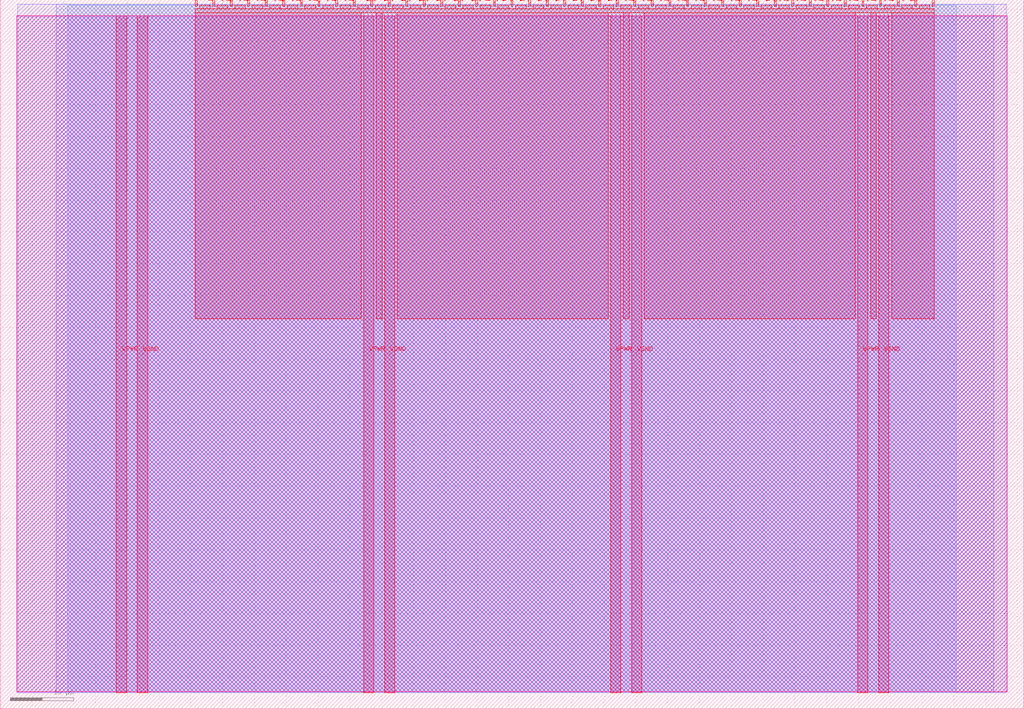
<source format=lef>
VERSION 5.7 ;
  NOWIREEXTENSIONATPIN ON ;
  DIVIDERCHAR "/" ;
  BUSBITCHARS "[]" ;
MACRO tt_um_mac_spst_tiny
  CLASS BLOCK ;
  FOREIGN tt_um_mac_spst_tiny ;
  ORIGIN 0.000 0.000 ;
  SIZE 161.000 BY 111.520 ;
  PIN VGND
    DIRECTION INOUT ;
    USE GROUND ;
    PORT
      LAYER met4 ;
        RECT 21.580 2.480 23.180 109.040 ;
    END
    PORT
      LAYER met4 ;
        RECT 60.450 2.480 62.050 109.040 ;
    END
    PORT
      LAYER met4 ;
        RECT 99.320 2.480 100.920 109.040 ;
    END
    PORT
      LAYER met4 ;
        RECT 138.190 2.480 139.790 109.040 ;
    END
  END VGND
  PIN VPWR
    DIRECTION INOUT ;
    USE POWER ;
    PORT
      LAYER met4 ;
        RECT 18.280 2.480 19.880 109.040 ;
    END
    PORT
      LAYER met4 ;
        RECT 57.150 2.480 58.750 109.040 ;
    END
    PORT
      LAYER met4 ;
        RECT 96.020 2.480 97.620 109.040 ;
    END
    PORT
      LAYER met4 ;
        RECT 134.890 2.480 136.490 109.040 ;
    END
  END VPWR
  PIN clk
    DIRECTION INPUT ;
    USE SIGNAL ;
    ANTENNAGATEAREA 0.852000 ;
    PORT
      LAYER met4 ;
        RECT 143.830 110.520 144.130 111.520 ;
    END
  END clk
  PIN ena
    DIRECTION INPUT ;
    USE SIGNAL ;
    ANTENNAGATEAREA 0.196500 ;
    PORT
      LAYER met4 ;
        RECT 146.590 110.520 146.890 111.520 ;
    END
  END ena
  PIN rst_n
    DIRECTION INPUT ;
    USE SIGNAL ;
    ANTENNAGATEAREA 0.196500 ;
    PORT
      LAYER met4 ;
        RECT 141.070 110.520 141.370 111.520 ;
    END
  END rst_n
  PIN ui_in[0]
    DIRECTION INPUT ;
    USE SIGNAL ;
    ANTENNAGATEAREA 0.196500 ;
    PORT
      LAYER met4 ;
        RECT 138.310 110.520 138.610 111.520 ;
    END
  END ui_in[0]
  PIN ui_in[1]
    DIRECTION INPUT ;
    USE SIGNAL ;
    ANTENNAGATEAREA 0.196500 ;
    PORT
      LAYER met4 ;
        RECT 135.550 110.520 135.850 111.520 ;
    END
  END ui_in[1]
  PIN ui_in[2]
    DIRECTION INPUT ;
    USE SIGNAL ;
    ANTENNAGATEAREA 0.196500 ;
    PORT
      LAYER met4 ;
        RECT 132.790 110.520 133.090 111.520 ;
    END
  END ui_in[2]
  PIN ui_in[3]
    DIRECTION INPUT ;
    USE SIGNAL ;
    ANTENNAGATEAREA 0.196500 ;
    PORT
      LAYER met4 ;
        RECT 130.030 110.520 130.330 111.520 ;
    END
  END ui_in[3]
  PIN ui_in[4]
    DIRECTION INPUT ;
    USE SIGNAL ;
    ANTENNAGATEAREA 0.196500 ;
    PORT
      LAYER met4 ;
        RECT 127.270 110.520 127.570 111.520 ;
    END
  END ui_in[4]
  PIN ui_in[5]
    DIRECTION INPUT ;
    USE SIGNAL ;
    ANTENNAGATEAREA 0.196500 ;
    PORT
      LAYER met4 ;
        RECT 124.510 110.520 124.810 111.520 ;
    END
  END ui_in[5]
  PIN ui_in[6]
    DIRECTION INPUT ;
    USE SIGNAL ;
    ANTENNAGATEAREA 0.196500 ;
    PORT
      LAYER met4 ;
        RECT 121.750 110.520 122.050 111.520 ;
    END
  END ui_in[6]
  PIN ui_in[7]
    DIRECTION INPUT ;
    USE SIGNAL ;
    ANTENNAGATEAREA 0.196500 ;
    PORT
      LAYER met4 ;
        RECT 118.990 110.520 119.290 111.520 ;
    END
  END ui_in[7]
  PIN uio_in[0]
    DIRECTION INPUT ;
    USE SIGNAL ;
    ANTENNAGATEAREA 0.196500 ;
    PORT
      LAYER met4 ;
        RECT 116.230 110.520 116.530 111.520 ;
    END
  END uio_in[0]
  PIN uio_in[1]
    DIRECTION INPUT ;
    USE SIGNAL ;
    ANTENNAGATEAREA 0.196500 ;
    PORT
      LAYER met4 ;
        RECT 113.470 110.520 113.770 111.520 ;
    END
  END uio_in[1]
  PIN uio_in[2]
    DIRECTION INPUT ;
    USE SIGNAL ;
    ANTENNAGATEAREA 0.196500 ;
    PORT
      LAYER met4 ;
        RECT 110.710 110.520 111.010 111.520 ;
    END
  END uio_in[2]
  PIN uio_in[3]
    DIRECTION INPUT ;
    USE SIGNAL ;
    ANTENNAGATEAREA 0.196500 ;
    PORT
      LAYER met4 ;
        RECT 107.950 110.520 108.250 111.520 ;
    END
  END uio_in[3]
  PIN uio_in[4]
    DIRECTION INPUT ;
    USE SIGNAL ;
    ANTENNAGATEAREA 0.213000 ;
    PORT
      LAYER met4 ;
        RECT 105.190 110.520 105.490 111.520 ;
    END
  END uio_in[4]
  PIN uio_in[5]
    DIRECTION INPUT ;
    USE SIGNAL ;
    ANTENNAGATEAREA 0.196500 ;
    PORT
      LAYER met4 ;
        RECT 102.430 110.520 102.730 111.520 ;
    END
  END uio_in[5]
  PIN uio_in[6]
    DIRECTION INPUT ;
    USE SIGNAL ;
    ANTENNAGATEAREA 0.196500 ;
    PORT
      LAYER met4 ;
        RECT 99.670 110.520 99.970 111.520 ;
    END
  END uio_in[6]
  PIN uio_in[7]
    DIRECTION INPUT ;
    USE SIGNAL ;
    ANTENNAGATEAREA 0.196500 ;
    PORT
      LAYER met4 ;
        RECT 96.910 110.520 97.210 111.520 ;
    END
  END uio_in[7]
  PIN uio_oe[0]
    DIRECTION OUTPUT ;
    USE SIGNAL ;
    PORT
      LAYER met4 ;
        RECT 49.990 110.520 50.290 111.520 ;
    END
  END uio_oe[0]
  PIN uio_oe[1]
    DIRECTION OUTPUT ;
    USE SIGNAL ;
    PORT
      LAYER met4 ;
        RECT 47.230 110.520 47.530 111.520 ;
    END
  END uio_oe[1]
  PIN uio_oe[2]
    DIRECTION OUTPUT ;
    USE SIGNAL ;
    PORT
      LAYER met4 ;
        RECT 44.470 110.520 44.770 111.520 ;
    END
  END uio_oe[2]
  PIN uio_oe[3]
    DIRECTION OUTPUT ;
    USE SIGNAL ;
    PORT
      LAYER met4 ;
        RECT 41.710 110.520 42.010 111.520 ;
    END
  END uio_oe[3]
  PIN uio_oe[4]
    DIRECTION OUTPUT ;
    USE SIGNAL ;
    PORT
      LAYER met4 ;
        RECT 38.950 110.520 39.250 111.520 ;
    END
  END uio_oe[4]
  PIN uio_oe[5]
    DIRECTION OUTPUT ;
    USE SIGNAL ;
    PORT
      LAYER met4 ;
        RECT 36.190 110.520 36.490 111.520 ;
    END
  END uio_oe[5]
  PIN uio_oe[6]
    DIRECTION OUTPUT ;
    USE SIGNAL ;
    PORT
      LAYER met4 ;
        RECT 33.430 110.520 33.730 111.520 ;
    END
  END uio_oe[6]
  PIN uio_oe[7]
    DIRECTION OUTPUT ;
    USE SIGNAL ;
    PORT
      LAYER met4 ;
        RECT 30.670 110.520 30.970 111.520 ;
    END
  END uio_oe[7]
  PIN uio_out[0]
    DIRECTION OUTPUT ;
    USE SIGNAL ;
    ANTENNAGATEAREA 1.485000 ;
    ANTENNADIFFAREA 0.891000 ;
    PORT
      LAYER met4 ;
        RECT 72.070 110.520 72.370 111.520 ;
    END
  END uio_out[0]
  PIN uio_out[1]
    DIRECTION OUTPUT ;
    USE SIGNAL ;
    ANTENNAGATEAREA 0.868500 ;
    ANTENNADIFFAREA 0.891000 ;
    PORT
      LAYER met4 ;
        RECT 69.310 110.520 69.610 111.520 ;
    END
  END uio_out[1]
  PIN uio_out[2]
    DIRECTION OUTPUT ;
    USE SIGNAL ;
    ANTENNAGATEAREA 0.868500 ;
    ANTENNADIFFAREA 0.891000 ;
    PORT
      LAYER met4 ;
        RECT 66.550 110.520 66.850 111.520 ;
    END
  END uio_out[2]
  PIN uio_out[3]
    DIRECTION OUTPUT ;
    USE SIGNAL ;
    ANTENNAGATEAREA 0.499500 ;
    ANTENNADIFFAREA 0.891000 ;
    PORT
      LAYER met4 ;
        RECT 63.790 110.520 64.090 111.520 ;
    END
  END uio_out[3]
  PIN uio_out[4]
    DIRECTION OUTPUT ;
    USE SIGNAL ;
    ANTENNAGATEAREA 0.499500 ;
    ANTENNADIFFAREA 0.891000 ;
    PORT
      LAYER met4 ;
        RECT 61.030 110.520 61.330 111.520 ;
    END
  END uio_out[4]
  PIN uio_out[5]
    DIRECTION OUTPUT ;
    USE SIGNAL ;
    ANTENNAGATEAREA 0.499500 ;
    ANTENNADIFFAREA 0.891000 ;
    PORT
      LAYER met4 ;
        RECT 58.270 110.520 58.570 111.520 ;
    END
  END uio_out[5]
  PIN uio_out[6]
    DIRECTION OUTPUT ;
    USE SIGNAL ;
    ANTENNAGATEAREA 1.732500 ;
    ANTENNADIFFAREA 0.891000 ;
    PORT
      LAYER met4 ;
        RECT 55.510 110.520 55.810 111.520 ;
    END
  END uio_out[6]
  PIN uio_out[7]
    DIRECTION OUTPUT ;
    USE SIGNAL ;
    ANTENNAGATEAREA 0.742500 ;
    ANTENNADIFFAREA 0.891000 ;
    PORT
      LAYER met4 ;
        RECT 52.750 110.520 53.050 111.520 ;
    END
  END uio_out[7]
  PIN uo_out[0]
    DIRECTION OUTPUT ;
    USE SIGNAL ;
    ANTENNAGATEAREA 0.747000 ;
    ANTENNADIFFAREA 0.891000 ;
    PORT
      LAYER met4 ;
        RECT 94.150 110.520 94.450 111.520 ;
    END
  END uo_out[0]
  PIN uo_out[1]
    DIRECTION OUTPUT ;
    USE SIGNAL ;
    ANTENNAGATEAREA 0.621000 ;
    ANTENNADIFFAREA 0.891000 ;
    PORT
      LAYER met4 ;
        RECT 91.390 110.520 91.690 111.520 ;
    END
  END uo_out[1]
  PIN uo_out[2]
    DIRECTION OUTPUT ;
    USE SIGNAL ;
    ANTENNAGATEAREA 0.499500 ;
    ANTENNADIFFAREA 0.891000 ;
    PORT
      LAYER met4 ;
        RECT 88.630 110.520 88.930 111.520 ;
    END
  END uo_out[2]
  PIN uo_out[3]
    DIRECTION OUTPUT ;
    USE SIGNAL ;
    ANTENNAGATEAREA 0.621000 ;
    ANTENNADIFFAREA 0.891000 ;
    PORT
      LAYER met4 ;
        RECT 85.870 110.520 86.170 111.520 ;
    END
  END uo_out[3]
  PIN uo_out[4]
    DIRECTION OUTPUT ;
    USE SIGNAL ;
    ANTENNAGATEAREA 0.499500 ;
    ANTENNADIFFAREA 0.891000 ;
    PORT
      LAYER met4 ;
        RECT 83.110 110.520 83.410 111.520 ;
    END
  END uo_out[4]
  PIN uo_out[5]
    DIRECTION OUTPUT ;
    USE SIGNAL ;
    ANTENNAGATEAREA 0.499500 ;
    ANTENNADIFFAREA 0.891000 ;
    PORT
      LAYER met4 ;
        RECT 80.350 110.520 80.650 111.520 ;
    END
  END uo_out[5]
  PIN uo_out[6]
    DIRECTION OUTPUT ;
    USE SIGNAL ;
    ANTENNAGATEAREA 0.868500 ;
    ANTENNADIFFAREA 0.891000 ;
    PORT
      LAYER met4 ;
        RECT 77.590 110.520 77.890 111.520 ;
    END
  END uo_out[6]
  PIN uo_out[7]
    DIRECTION OUTPUT ;
    USE SIGNAL ;
    ANTENNAGATEAREA 0.868500 ;
    ANTENNADIFFAREA 0.891000 ;
    PORT
      LAYER met4 ;
        RECT 74.830 110.520 75.130 111.520 ;
    END
  END uo_out[7]
  OBS
      LAYER nwell ;
        RECT 2.570 2.635 158.430 108.990 ;
      LAYER li1 ;
        RECT 2.760 2.635 158.240 108.885 ;
      LAYER met1 ;
        RECT 2.760 2.480 158.240 110.800 ;
      LAYER met2 ;
        RECT 8.840 2.535 156.300 110.830 ;
      LAYER met3 ;
        RECT 10.645 2.555 150.355 110.665 ;
      LAYER met4 ;
        RECT 31.370 110.120 33.030 110.665 ;
        RECT 34.130 110.120 35.790 110.665 ;
        RECT 36.890 110.120 38.550 110.665 ;
        RECT 39.650 110.120 41.310 110.665 ;
        RECT 42.410 110.120 44.070 110.665 ;
        RECT 45.170 110.120 46.830 110.665 ;
        RECT 47.930 110.120 49.590 110.665 ;
        RECT 50.690 110.120 52.350 110.665 ;
        RECT 53.450 110.120 55.110 110.665 ;
        RECT 56.210 110.120 57.870 110.665 ;
        RECT 58.970 110.120 60.630 110.665 ;
        RECT 61.730 110.120 63.390 110.665 ;
        RECT 64.490 110.120 66.150 110.665 ;
        RECT 67.250 110.120 68.910 110.665 ;
        RECT 70.010 110.120 71.670 110.665 ;
        RECT 72.770 110.120 74.430 110.665 ;
        RECT 75.530 110.120 77.190 110.665 ;
        RECT 78.290 110.120 79.950 110.665 ;
        RECT 81.050 110.120 82.710 110.665 ;
        RECT 83.810 110.120 85.470 110.665 ;
        RECT 86.570 110.120 88.230 110.665 ;
        RECT 89.330 110.120 90.990 110.665 ;
        RECT 92.090 110.120 93.750 110.665 ;
        RECT 94.850 110.120 96.510 110.665 ;
        RECT 97.610 110.120 99.270 110.665 ;
        RECT 100.370 110.120 102.030 110.665 ;
        RECT 103.130 110.120 104.790 110.665 ;
        RECT 105.890 110.120 107.550 110.665 ;
        RECT 108.650 110.120 110.310 110.665 ;
        RECT 111.410 110.120 113.070 110.665 ;
        RECT 114.170 110.120 115.830 110.665 ;
        RECT 116.930 110.120 118.590 110.665 ;
        RECT 119.690 110.120 121.350 110.665 ;
        RECT 122.450 110.120 124.110 110.665 ;
        RECT 125.210 110.120 126.870 110.665 ;
        RECT 127.970 110.120 129.630 110.665 ;
        RECT 130.730 110.120 132.390 110.665 ;
        RECT 133.490 110.120 135.150 110.665 ;
        RECT 136.250 110.120 137.910 110.665 ;
        RECT 139.010 110.120 140.670 110.665 ;
        RECT 141.770 110.120 143.430 110.665 ;
        RECT 144.530 110.120 146.190 110.665 ;
        RECT 30.655 109.440 146.905 110.120 ;
        RECT 30.655 61.375 56.750 109.440 ;
        RECT 59.150 61.375 60.050 109.440 ;
        RECT 62.450 61.375 95.620 109.440 ;
        RECT 98.020 61.375 98.920 109.440 ;
        RECT 101.320 61.375 134.490 109.440 ;
        RECT 136.890 61.375 137.790 109.440 ;
        RECT 140.190 61.375 146.905 109.440 ;
  END
END tt_um_mac_spst_tiny
END LIBRARY


</source>
